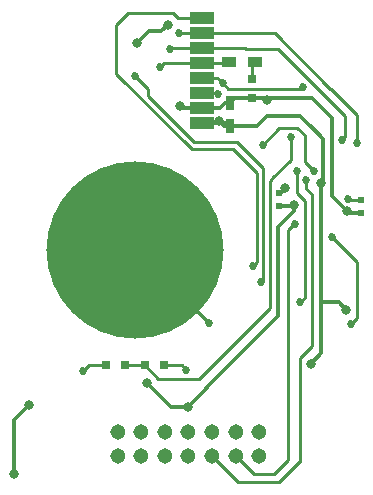
<source format=gtl>
G04 #@! TF.FileFunction,Copper,L1,Top,Signal*
%FSLAX46Y46*%
G04 Gerber Fmt 4.6, Leading zero omitted, Abs format (unit mm)*
G04 Created by KiCad (PCBNEW 4.0.6) date 08/27/17 11:03:30*
%MOMM*%
%LPD*%
G01*
G04 APERTURE LIST*
%ADD10C,0.100000*%
%ADD11R,2.000000X1.000000*%
%ADD12C,15.000000*%
%ADD13R,0.750000X1.200000*%
%ADD14R,1.200000X0.900000*%
%ADD15R,0.800000X0.800000*%
%ADD16R,0.500000X0.600000*%
%ADD17C,1.305560*%
%ADD18C,0.812800*%
%ADD19C,0.685800*%
%ADD20C,0.304800*%
%ADD21C,0.254000*%
G04 APERTURE END LIST*
D10*
D11*
X154089600Y-94273200D03*
X154089600Y-93003200D03*
X154089600Y-91733200D03*
X154089600Y-90463200D03*
X154089600Y-89193200D03*
X154089600Y-87923200D03*
X154089600Y-86653200D03*
X154089600Y-85383200D03*
D12*
X148488400Y-105087800D03*
D13*
X156464000Y-92631600D03*
X156464000Y-94531600D03*
D14*
X158630800Y-89162000D03*
X156430800Y-89162000D03*
D15*
X145961200Y-114816000D03*
X147561200Y-114816000D03*
X149263200Y-114816000D03*
X150863200Y-114816000D03*
X158343600Y-90597200D03*
X158343600Y-92197200D03*
D16*
X167589200Y-101954800D03*
X167589200Y-100854800D03*
D17*
X146970000Y-120470000D03*
X146970000Y-122468980D03*
X148968980Y-120470000D03*
X148968980Y-122468980D03*
X150967960Y-120470000D03*
X150967960Y-122468980D03*
X152969480Y-120470000D03*
X152969480Y-122468980D03*
X154968460Y-120470000D03*
X154968460Y-122468980D03*
X156969980Y-120470000D03*
X156969980Y-122468980D03*
X158968960Y-120470000D03*
X158968960Y-122468980D03*
D16*
X160604200Y-101294400D03*
X160604200Y-100194400D03*
D18*
X159613600Y-92362400D03*
X149504400Y-116289200D03*
X148590000Y-87536400D03*
X151231600Y-85961600D03*
X152958800Y-118321200D03*
X166370000Y-101752780D03*
X161874200Y-101227000D03*
X138176000Y-124010800D03*
X139496800Y-118168800D03*
X152247600Y-92870400D03*
X155549600Y-94089600D03*
X166319200Y-110091600D03*
X163322000Y-114663600D03*
X164203380Y-99355020D03*
X161137600Y-99830000D03*
D19*
X159105600Y-107754800D03*
X148488400Y-90330400D03*
X161645600Y-95461200D03*
X162915600Y-99118800D03*
X162001200Y-102827200D03*
X162644000Y-91278000D03*
X155905200Y-90940000D03*
X151384000Y-88044400D03*
X165963600Y-95715200D03*
X167233600Y-95969200D03*
X152196800Y-86672800D03*
X163576000Y-98356800D03*
X159258000Y-96121600D03*
X150571200Y-89517600D03*
X158445200Y-106383200D03*
X166471600Y-100693600D03*
X144068800Y-115273200D03*
X152806400Y-115171600D03*
X166776400Y-111310800D03*
X165150800Y-103944800D03*
X155498800Y-91803600D03*
X162204400Y-98356800D03*
X162458400Y-109482000D03*
X154736800Y-111260000D03*
D20*
X161874200Y-101227000D02*
X161874200Y-101785800D01*
X154584400Y-116695600D02*
X154482800Y-116695600D01*
X154584400Y-116695600D02*
X152958800Y-118321200D01*
X154482800Y-116695600D02*
X160528000Y-110650400D01*
X160528000Y-103132000D02*
X160528000Y-110650400D01*
X161874200Y-101785800D02*
X160528000Y-103132000D01*
X158343600Y-92197200D02*
X159448400Y-92197200D01*
X159448400Y-92197200D02*
X159613600Y-92362400D01*
X166370000Y-101752780D02*
X166362380Y-101752780D01*
X163410800Y-92197200D02*
X158343600Y-92197200D01*
X165100000Y-93886400D02*
X163410800Y-92197200D01*
X165100000Y-100490400D02*
X165100000Y-93886400D01*
X166362380Y-101752780D02*
X165100000Y-100490400D01*
X149504400Y-116289200D02*
X151536400Y-118321200D01*
X151536400Y-118321200D02*
X152958800Y-118321200D01*
X148590000Y-87536400D02*
X149606000Y-86520400D01*
X149606000Y-86520400D02*
X150672800Y-86520400D01*
X150672800Y-86520400D02*
X151231600Y-85961600D01*
X152380400Y-93003200D02*
X154089600Y-93003200D01*
X152247600Y-92870400D02*
X152380400Y-93003200D01*
X156464000Y-92631600D02*
X156042400Y-92631600D01*
X155670800Y-93003200D02*
X154089600Y-93003200D01*
X156042400Y-92631600D02*
X155670800Y-93003200D01*
X158343600Y-92197200D02*
X156898400Y-92197200D01*
X156898400Y-92197200D02*
X156464000Y-92631600D01*
X167589200Y-101954800D02*
X166572020Y-101954800D01*
X166572020Y-101954800D02*
X166370000Y-101752780D01*
X160604200Y-101294400D02*
X161806800Y-101294400D01*
X161806800Y-101294400D02*
X161874200Y-101227000D01*
X138176000Y-124010800D02*
X138226800Y-123960000D01*
X138226800Y-123960000D02*
X138226800Y-119438800D01*
X138226800Y-119438800D02*
X139496800Y-118168800D01*
X155991600Y-94531600D02*
X156464000Y-94531600D01*
X155549600Y-94089600D02*
X155991600Y-94531600D01*
X156464000Y-94531600D02*
X158816000Y-94531600D01*
X158816000Y-94531600D02*
X159664400Y-93683200D01*
X159664400Y-93683200D02*
X162458400Y-93683200D01*
X162458400Y-93683200D02*
X164388800Y-95613600D01*
X164203380Y-109482000D02*
X165709600Y-109482000D01*
X165709600Y-109482000D02*
X166319200Y-110091600D01*
X164203380Y-99355020D02*
X164203380Y-109482000D01*
X164203380Y-109482000D02*
X164203380Y-113782220D01*
X164203380Y-113782220D02*
X163322000Y-114663600D01*
X164388800Y-95613600D02*
X163322000Y-94546800D01*
X164388800Y-99169600D02*
X164388800Y-95613600D01*
X164203380Y-99355020D02*
X164388800Y-99169600D01*
X154089600Y-94273200D02*
X156205600Y-94273200D01*
X156205600Y-94273200D02*
X156479200Y-94546800D01*
X161137600Y-99830000D02*
X160773200Y-100194400D01*
X160773200Y-100194400D02*
X160604200Y-100194400D01*
D21*
X159308800Y-107551600D02*
X159308800Y-98102800D01*
X159105600Y-107754800D02*
X159308800Y-107551600D01*
X149555200Y-91397200D02*
X148488400Y-90330400D01*
X149555200Y-92006800D02*
X149555200Y-91397200D01*
X153416000Y-95867600D02*
X149555200Y-92006800D01*
X157073600Y-95867600D02*
X153416000Y-95867600D01*
X159308800Y-98102800D02*
X157073600Y-95867600D01*
X161645600Y-95461200D02*
X161645600Y-97391600D01*
X161645600Y-97391600D02*
X160070800Y-98966400D01*
X160070800Y-99017200D02*
X159867600Y-99220400D01*
X159867600Y-99220400D02*
X159867600Y-109990000D01*
X159867600Y-109990000D02*
X153873200Y-115984400D01*
X153873200Y-115984400D02*
X150431600Y-115984400D01*
X149263200Y-114816000D02*
X150431600Y-115984400D01*
X160070800Y-98966400D02*
X160070800Y-99017200D01*
X147561200Y-114816000D02*
X149263200Y-114816000D01*
X162915600Y-99118800D02*
X162915600Y-99830000D01*
X162306000Y-123045600D02*
X162306000Y-122994800D01*
X162458400Y-122893200D02*
X162306000Y-123045600D01*
X162458400Y-114155600D02*
X162458400Y-122893200D01*
X163474400Y-113139600D02*
X162458400Y-114155600D01*
X163474400Y-100388800D02*
X163474400Y-113139600D01*
X162915600Y-99830000D02*
X163474400Y-100388800D01*
X157170680Y-124671200D02*
X154968460Y-122468980D01*
X160629600Y-124671200D02*
X157170680Y-124671200D01*
X162306000Y-122994800D02*
X160629600Y-124671200D01*
X162001200Y-102827200D02*
X161950400Y-102827200D01*
X161391600Y-103386000D02*
X161391600Y-122842400D01*
X161950400Y-102827200D02*
X161391600Y-103386000D01*
X158511800Y-124010800D02*
X156969980Y-122468980D01*
X160223200Y-124010800D02*
X158511800Y-124010800D01*
X161391600Y-122842400D02*
X160223200Y-124010800D01*
X156362400Y-91397200D02*
X155905200Y-90940000D01*
X162524800Y-91397200D02*
X156362400Y-91397200D01*
X162644000Y-91278000D02*
X162524800Y-91397200D01*
X154089600Y-90463200D02*
X155428400Y-90463200D01*
X155428400Y-90463200D02*
X155905200Y-90940000D01*
X157734000Y-87993600D02*
X160528000Y-87993600D01*
X157804400Y-87923200D02*
X157734000Y-87993600D01*
X160528000Y-87993600D02*
X166268400Y-93734000D01*
X154089600Y-87923200D02*
X157804400Y-87923200D01*
X151505200Y-87923200D02*
X154089600Y-87923200D01*
X151384000Y-88044400D02*
X151505200Y-87923200D01*
X166268400Y-95512000D02*
X166166800Y-95512000D01*
X166268400Y-93734000D02*
X166268400Y-95512000D01*
X166166800Y-95512000D02*
X165963600Y-95715200D01*
X164998400Y-91397200D02*
X165049200Y-91397200D01*
X165049200Y-91397200D02*
X167233600Y-93581600D01*
X155569200Y-86653200D02*
X155549600Y-86672800D01*
X155549600Y-86672800D02*
X160274000Y-86672800D01*
X160274000Y-86672800D02*
X164998400Y-91397200D01*
X167233600Y-95969200D02*
X167233600Y-93581600D01*
X154089600Y-86653200D02*
X155569200Y-86653200D01*
X152216400Y-86653200D02*
X154089600Y-86653200D01*
X152196800Y-86672800D02*
X152216400Y-86653200D01*
X162814000Y-97594800D02*
X162814000Y-95308800D01*
X163576000Y-98356800D02*
X162814000Y-97594800D01*
X160680400Y-94699200D02*
X159258000Y-96121600D01*
X162204400Y-94699200D02*
X160680400Y-94699200D01*
X162814000Y-95308800D02*
X162204400Y-94699200D01*
X155010400Y-89193200D02*
X154089600Y-89193200D01*
X154089600Y-89193200D02*
X156399600Y-89193200D01*
X156399600Y-89193200D02*
X156430800Y-89162000D01*
X150895600Y-89193200D02*
X154089600Y-89193200D01*
X150571200Y-89517600D02*
X150895600Y-89193200D01*
X154089600Y-85383200D02*
X152075600Y-85383200D01*
X158750000Y-106078400D02*
X158445200Y-106383200D01*
X158750000Y-98509200D02*
X158750000Y-106078400D01*
X156768800Y-96528000D02*
X158750000Y-98509200D01*
X153263600Y-96528000D02*
X156768800Y-96528000D01*
X146862800Y-90127200D02*
X153263600Y-96528000D01*
X146862800Y-85961600D02*
X146862800Y-90127200D01*
X147828000Y-84996400D02*
X146862800Y-85961600D01*
X151688800Y-84996400D02*
X147828000Y-84996400D01*
X152075600Y-85383200D02*
X151688800Y-84996400D01*
X167589200Y-100854800D02*
X166632800Y-100854800D01*
X166632800Y-100854800D02*
X166471600Y-100693600D01*
X144526000Y-114816000D02*
X145961200Y-114816000D01*
X144068800Y-115273200D02*
X144526000Y-114816000D01*
X150863200Y-114816000D02*
X152450800Y-114816000D01*
X152450800Y-114816000D02*
X152806400Y-115171600D01*
X158343600Y-90597200D02*
X158343600Y-89449200D01*
X158343600Y-89449200D02*
X158630800Y-89162000D01*
X167284400Y-106078400D02*
X165150800Y-103944800D01*
X167284400Y-110802800D02*
X167284400Y-106078400D01*
X167284400Y-110802800D02*
X166776400Y-111310800D01*
X154089600Y-91733200D02*
X155428400Y-91733200D01*
X155428400Y-91733200D02*
X155498800Y-91803600D01*
X162814000Y-100896800D02*
X162814000Y-109126400D01*
X162204400Y-98356800D02*
X162153600Y-98407600D01*
X162153600Y-98407600D02*
X162153600Y-100236400D01*
X162153600Y-100236400D02*
X162814000Y-100896800D01*
X162814000Y-109126400D02*
X162458400Y-109482000D01*
X154736800Y-111260000D02*
X148564600Y-105087800D01*
X148564600Y-105087800D02*
X148488400Y-105087800D01*
M02*

</source>
